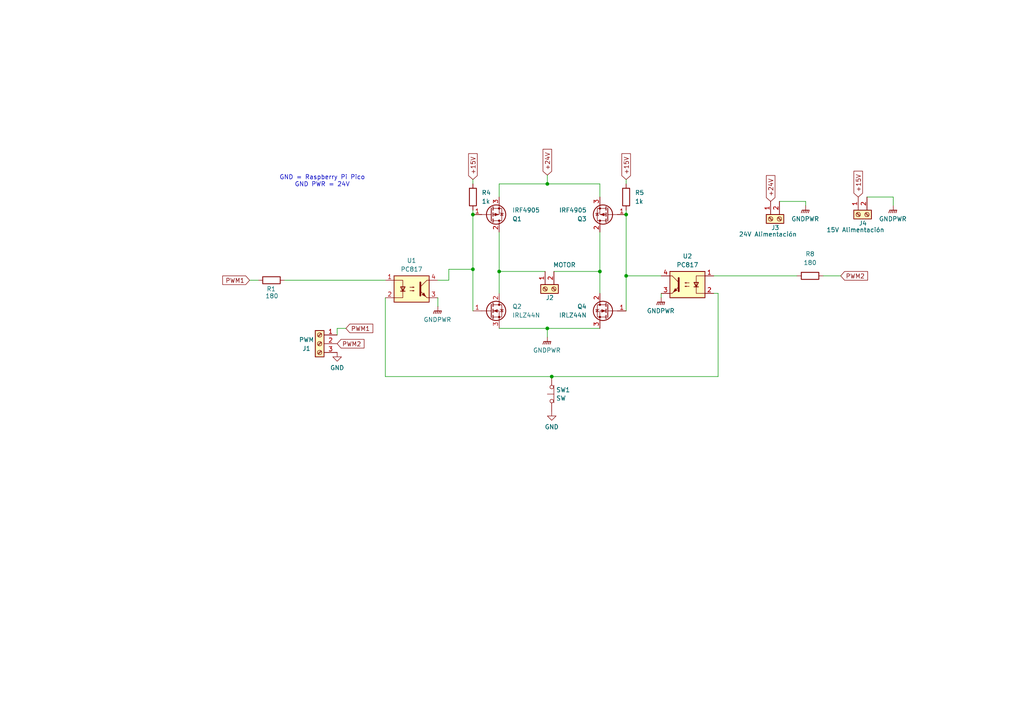
<source format=kicad_sch>
(kicad_sch (version 20231120) (generator "eeschema") (generator_version "8.0")
  (paper "A4")
  (lib_symbols
    (symbol "Connector:Screw_Terminal_01x02" (pin_names (offset 1.016) hide)
      (property "Reference" "J" (at 0 2.54 0))
      (property "Value" "Screw_Terminal_01x02" (at 0 -5.08 0))
      (symbol "Screw_Terminal_01x02_1_1"
        (rectangle (start -1.27 1.27) (end 1.27 -3.81) (stroke (width 0.254)) (fill (type background)))
        (circle (center 0 -2.54) (radius 0.635) (stroke (width 0.1524)))
        (polyline (pts (xy -0.5334 -2.2098) (xy 0.3302 -3.048)) (stroke (width 0.1524)))
        (polyline (pts (xy -0.5334 0.3302) (xy 0.3302 -0.508)) (stroke (width 0.1524)))
        (polyline (pts (xy -0.3556 -2.032) (xy 0.508 -2.8702)) (stroke (width 0.1524)))
        (polyline (pts (xy -0.3556 0.508) (xy 0.508 -0.3302)) (stroke (width 0.1524)))
        (circle (center 0 0) (radius 0.635) (stroke (width 0.1524)))
        (pin passive line (at -5.08 0 0) (length 3.81) (name "Pin_1") (number "1"))
        (pin passive line (at -5.08 -2.54 0) (length 3.81) (name "Pin_2") (number "2"))
      )
    )
    (symbol "Connector:Screw_Terminal_01x03" (pin_names (offset 1.016) hide)
      (property "Reference" "J" (at 0 5.08 0))
      (property "Value" "Screw_Terminal_01x03" (at 0 -5.08 0))
      (symbol "Screw_Terminal_01x03_1_1"
        (rectangle (start -1.27 3.81) (end 1.27 -3.81) (stroke (width 0.254)) (fill (type background)))
        (circle (center 0 -2.54) (radius 0.635) (stroke (width 0.1524)))
        (polyline (pts (xy -0.5334 -2.2098) (xy 0.3302 -3.048)) (stroke (width 0.1524)))
        (polyline (pts (xy -0.5334 0.3302) (xy 0.3302 -0.508)) (stroke (width 0.1524)))
        (polyline (pts (xy -0.5334 2.8702) (xy 0.3302 2.032)) (stroke (width 0.1524)))
        (polyline (pts (xy -0.3556 -2.032) (xy 0.508 -2.8702)) (stroke (width 0.1524)))
        (polyline (pts (xy -0.3556 0.508) (xy 0.508 -0.3302)) (stroke (width 0.1524)))
        (polyline (pts (xy -0.3556 3.048) (xy 0.508 2.2098)) (stroke (width 0.1524)))
        (circle (center 0 0) (radius 0.635) (stroke (width 0.1524)))
        (circle (center 0 2.54) (radius 0.635) (stroke (width 0.1524)))
        (pin passive line (at -5.08 2.54 0) (length 3.81) (name "Pin_1") (number "1"))
        (pin passive line (at -5.08 0 0) (length 3.81) (name "Pin_2") (number "2"))
        (pin passive line (at -5.08 -2.54 0) (length 3.81) (name "Pin_3") (number "3"))
      )
    )
    (symbol "Device:R" (pin_numbers hide) (pin_names (offset 0))
      (property "Reference" "R" (at 2.032 0 90))
      (property "Value" "R" (at 0 0 90))
      (symbol "R_0_1"
        (rectangle (start -1.016 -2.54) (end 1.016 2.54) (stroke (width 0.254)))
      )
      (symbol "R_1_1"
        (pin passive line (at 0 3.81 270) (length 1.27) (name "~") (number "1"))
        (pin passive line (at 0 -3.81 90) (length 1.27) (name "~") (number "2"))
      )
    )
    (symbol "Isolator:PC817" (pin_names (offset 1.016))
      (property "Reference" "U" (at -5.08 5.08 0))
      (property "Value" "PC817" (at 0 5.08 0))
      (symbol "PC817_0_1"
        (rectangle (start -5.08 3.81) (end 5.08 -3.81) (stroke (width 0.254)) (fill (type background)))
        (polyline (pts (xy -3.175 -0.635) (xy -1.905 -0.635)) (stroke (width 0.254)))
        (polyline (pts (xy 2.54 0.635) (xy 4.445 2.54)))
        (polyline (pts (xy 4.445 -2.54) (xy 2.54 -0.635)) (fill (type outline)))
        (polyline (pts (xy 4.445 -2.54) (xy 5.08 -2.54)))
        (polyline (pts (xy 4.445 2.54) (xy 5.08 2.54)))
        (polyline (pts (xy -5.08 2.54) (xy -2.54 2.54) (xy -2.54 -0.635)))
        (polyline (pts (xy -2.54 -0.635) (xy -2.54 -2.54) (xy -5.08 -2.54)))
        (polyline (pts (xy 2.54 1.905) (xy 2.54 -1.905) (xy 2.54 -1.905)) (stroke (width 0.508)))
        (polyline (pts (xy -2.54 -0.635) (xy -3.175 0.635) (xy -1.905 0.635) (xy -2.54 -0.635)) (stroke (width 0.254)))
        (polyline (pts (xy -0.508 -0.508) (xy 0.762 -0.508) (xy 0.381 -0.635) (xy 0.381 -0.381) (xy 0.762 -0.508)))
        (polyline (pts (xy -0.508 0.508) (xy 0.762 0.508) (xy 0.381 0.381) (xy 0.381 0.635) (xy 0.762 0.508)))
        (polyline (pts (xy 3.048 -1.651) (xy 3.556 -1.143) (xy 4.064 -2.159) (xy 3.048 -1.651) (xy 3.048 -1.651)) (fill (type outline)))
      )
      (symbol "PC817_1_1"
        (pin passive line (at -7.62 2.54 0) (length 2.54) (name "~") (number "1"))
        (pin passive line (at -7.62 -2.54 0) (length 2.54) (name "~") (number "2"))
        (pin passive line (at 7.62 -2.54 180) (length 2.54) (name "~") (number "3"))
        (pin passive line (at 7.62 2.54 180) (length 2.54) (name "~") (number "4"))
      )
    )
    (symbol "Switch:SW_Push_Open" (pin_numbers hide) (pin_names (offset 1.016) hide)
      (property "Reference" "SW" (at 0 2.54 0))
      (property "Value" "SW_Push_Open" (at 0 -1.905 0))
      (symbol "SW_Push_Open_0_1"
        (circle (center -2.032 0) (radius 0.508))
        (polyline (pts (xy -2.54 -0.635) (xy 2.54 -0.635)))
        (polyline (pts (xy 0 -0.635) (xy 0 1.27)))
        (circle (center 2.032 0) (radius 0.508))
        (pin passive line (at -5.08 0 0) (length 2.54) (name "A") (number "1"))
      )
      (symbol "SW_Push_Open_1_1"
        (pin passive line (at 5.08 0 180) (length 2.54) (name "B") (number "2"))
      )
    )
    (symbol "Transistor_FET:IRF4905" (pin_names hide)
      (property "Reference" "Q" (at 5.08 1.905 0))
      (property "Value" "IRF4905" (at 5.08 0 0))
      (symbol "IRF4905_0_1"
        (polyline (pts (xy 0.254 0) (xy -2.54 0)))
        (polyline (pts (xy 0.254 1.905) (xy 0.254 -1.905)) (stroke (width 0.254)))
        (polyline (pts (xy 0.762 -1.27) (xy 0.762 -2.286)) (stroke (width 0.254)))
        (polyline (pts (xy 0.762 0.508) (xy 0.762 -0.508)) (stroke (width 0.254)))
        (polyline (pts (xy 0.762 2.286) (xy 0.762 1.27)) (stroke (width 0.254)))
        (polyline (pts (xy 2.54 2.54) (xy 2.54 1.778)))
        (polyline (pts (xy 2.54 -2.54) (xy 2.54 0) (xy 0.762 0)))
        (polyline (pts (xy 0.762 1.778) (xy 3.302 1.778) (xy 3.302 -1.778) (xy 0.762 -1.778)))
        (polyline (pts (xy 2.286 0) (xy 1.27 0.381) (xy 1.27 -0.381) (xy 2.286 0)) (fill (type outline)))
        (polyline (pts (xy 2.794 -0.508) (xy 2.921 -0.381) (xy 3.683 -0.381) (xy 3.81 -0.254)))
        (polyline (pts (xy 3.302 -0.381) (xy 2.921 0.254) (xy 3.683 0.254) (xy 3.302 -0.381)))
        (circle (center 1.651 0) (radius 2.794) (stroke (width 0.254)))
        (circle (center 2.54 -1.778) (radius 0.254) (fill (type outline)))
        (circle (center 2.54 1.778) (radius 0.254) (fill (type outline)))
      )
      (symbol "IRF4905_1_1"
        (pin input line (at -5.08 0 0) (length 2.54) (name "G") (number "1"))
        (pin passive line (at 2.54 5.08 270) (length 2.54) (name "D") (number "2"))
        (pin passive line (at 2.54 -5.08 90) (length 2.54) (name "S") (number "3"))
      )
    )
    (symbol "Transistor_FET:IRLZ44N" (pin_names hide)
      (property "Reference" "Q" (at 6.35 1.905 0))
      (property "Value" "IRLZ44N" (at 6.35 0 0))
      (symbol "IRLZ44N_0_1"
        (polyline (pts (xy 0.254 0) (xy -2.54 0)))
        (polyline (pts (xy 0.254 1.905) (xy 0.254 -1.905)) (stroke (width 0.254)))
        (polyline (pts (xy 0.762 -1.27) (xy 0.762 -2.286)) (stroke (width 0.254)))
        (polyline (pts (xy 0.762 0.508) (xy 0.762 -0.508)) (stroke (width 0.254)))
        (polyline (pts (xy 0.762 2.286) (xy 0.762 1.27)) (stroke (width 0.254)))
        (polyline (pts (xy 2.54 2.54) (xy 2.54 1.778)))
        (polyline (pts (xy 2.54 -2.54) (xy 2.54 0) (xy 0.762 0)))
        (polyline (pts (xy 0.762 -1.778) (xy 3.302 -1.778) (xy 3.302 1.778) (xy 0.762 1.778)))
        (polyline (pts (xy 1.016 0) (xy 2.032 0.381) (xy 2.032 -0.381) (xy 1.016 0)) (fill (type outline)))
        (polyline (pts (xy 2.794 0.508) (xy 2.921 0.381) (xy 3.683 0.381) (xy 3.81 0.254)))
        (polyline (pts (xy 3.302 0.381) (xy 2.921 -0.254) (xy 3.683 -0.254) (xy 3.302 0.381)))
        (circle (center 1.651 0) (radius 2.794) (stroke (width 0.254)))
        (circle (center 2.54 -1.778) (radius 0.254) (fill (type outline)))
        (circle (center 2.54 1.778) (radius 0.254) (fill (type outline)))
      )
      (symbol "IRLZ44N_1_1"
        (pin input line (at -5.08 0 0) (length 2.54) (name "G") (number "1"))
        (pin passive line (at 2.54 5.08 270) (length 2.54) (name "D") (number "2"))
        (pin passive line (at 2.54 -5.08 90) (length 2.54) (name "S") (number "3"))
      )
    )
    (symbol "power:GND" (power) (pin_names (offset 0))
      (property "Value" "GND" (at 0 -3.81 0))
      (symbol "GND_0_1"
        (polyline (pts (xy 0 0) (xy 0 -1.27) (xy 1.27 -1.27) (xy 0 -2.54) (xy -1.27 -1.27) (xy 0 -1.27)))
      )
      (symbol "GND_1_1"
        (pin power_in line (at 0 0 270) (length 0) hide (name "GND") (number "1"))
      )
    )
    (symbol "power:GNDPWR" (power) (pin_numbers hide) (pin_names (offset 0) hide)
      (property "Value" "GNDPWR" (at 0 -3.302 0))
      (symbol "GNDPWR_0_1"
        (polyline (pts (xy 0 -1.27) (xy 0 0)))
        (polyline (pts (xy -1.016 -1.27) (xy -1.27 -2.032) (xy -1.27 -2.032)) (stroke (width 0.2032)))
        (polyline (pts (xy -0.508 -1.27) (xy -0.762 -2.032) (xy -0.762 -2.032)) (stroke (width 0.2032)))
        (polyline (pts (xy 0 -1.27) (xy -0.254 -2.032) (xy -0.254 -2.032)) (stroke (width 0.2032)))
        (polyline (pts (xy 0.508 -1.27) (xy 0.254 -2.032) (xy 0.254 -2.032)) (stroke (width 0.2032)))
        (polyline (pts (xy 1.016 -1.27) (xy -1.016 -1.27) (xy -1.016 -1.27)) (stroke (width 0.2032)))
        (polyline (pts (xy 1.016 -1.27) (xy 0.762 -2.032) (xy 0.762 -2.032) (xy 0.762 -2.032)) (stroke (width 0.2032)))
      )
      (symbol "GNDPWR_1_1"
        (pin power_in line (at 0 0 270) (length 0) (name "~") (number "1"))
      )
    )
  )
  (junction (at 160.02 109.22))
  (junction (at 137.16 78.105))
  (junction (at 144.78 78.74))
  (junction (at 173.99 78.74))
  (junction (at 181.61 80.01))
  (junction (at 137.16 62.23))
  (junction (at 181.61 62.23))
  (junction (at 158.75 53.34))
  (junction (at 158.75 95.25))
  (wire (pts (xy 137.16 60.96) (xy 137.16 62.23)))
  (wire (pts (xy 207.01 85.09) (xy 208.28 85.09)))
  (wire (pts (xy 181.61 52.07) (xy 181.61 53.34)))
  (wire (pts (xy 233.68 58.42) (xy 233.68 59.69)))
  (wire (pts (xy 181.61 62.23) (xy 181.61 80.01)))
  (wire (pts (xy 259.08 57.15) (xy 259.08 59.69)))
  (wire (pts (xy 160.02 109.22) (xy 208.28 109.22)))
  (wire (pts (xy 144.78 78.74) (xy 144.78 85.09)))
  (wire (pts (xy 181.61 80.01) (xy 181.61 90.17)))
  (wire (pts (xy 97.79 95.25) (xy 100.33 95.25)))
  (wire (pts (xy 158.75 95.25) (xy 173.99 95.25)))
  (wire (pts (xy 173.99 67.31) (xy 173.99 78.74)))
  (wire (pts (xy 181.61 80.01) (xy 191.77 80.01)))
  (wire (pts (xy 181.61 60.96) (xy 181.61 62.23)))
  (wire (pts (xy 226.06 58.42) (xy 233.68 58.42)))
  (wire (pts (xy 111.76 109.22) (xy 160.02 109.22)))
  (wire (pts (xy 160.655 78.74) (xy 173.99 78.74)))
  (wire (pts (xy 137.16 52.07) (xy 137.16 53.34)))
  (wire (pts (xy 173.99 53.34) (xy 173.99 57.15)))
  (wire (pts (xy 137.16 62.23) (xy 137.16 78.105)))
  (wire (pts (xy 144.78 67.31) (xy 144.78 78.74)))
  (wire (pts (xy 207.01 80.01) (xy 231.14 80.01)))
  (wire (pts (xy 137.16 78.105) (xy 137.16 90.17)))
  (wire (pts (xy 97.79 97.155) (xy 97.79 95.25)))
  (wire (pts (xy 173.99 85.09) (xy 173.99 78.74)))
  (wire (pts (xy 137.16 78.105) (xy 130.175 78.105)))
  (wire (pts (xy 208.28 85.09) (xy 208.28 109.22)))
  (wire (pts (xy 251.46 57.15) (xy 259.08 57.15)))
  (wire (pts (xy 144.78 78.74) (xy 158.115 78.74)))
  (wire (pts (xy 111.76 86.36) (xy 111.76 109.22)))
  (wire (pts (xy 130.175 78.105) (xy 130.175 81.28)))
  (wire (pts (xy 158.75 53.34) (xy 173.99 53.34)))
  (wire (pts (xy 158.75 97.79) (xy 158.75 95.25)))
  (wire (pts (xy 191.77 85.09) (xy 191.77 86.36)))
  (wire (pts (xy 144.78 53.34) (xy 158.75 53.34)))
  (wire (pts (xy 127 86.36) (xy 127 88.9)))
  (wire (pts (xy 127 81.28) (xy 130.175 81.28)))
  (wire (pts (xy 144.78 53.34) (xy 144.78 57.15)))
  (wire (pts (xy 238.76 80.01) (xy 243.84 80.01)))
  (wire (pts (xy 144.78 95.25) (xy 158.75 95.25)))
  (wire (pts (xy 158.75 50.8) (xy 158.75 53.34)))
  (wire (pts (xy 82.55 81.28) (xy 111.76 81.28)))
  (wire (pts (xy 72.39 81.28) (xy 74.93 81.28)))
  (text "GND = Raspberry Pi Pico\nGND PWR = 24V" (at 93.472 52.578 0) (effects (font (size 1.27 1.27))))
  (global_label "PWM2" (shape input) (at 243.84 80.01 0) (property "Intersheetrefs" "${INTERSHEET_REFS}" (effects (hide yes))))
  (global_label "PWM1" (shape input) (at 100.33 95.25 0) (property "Intersheetrefs" "${INTERSHEET_REFS}" (effects (hide yes))))
  (global_label "+24V" (shape input) (at 223.52 58.42 90) (property "Intersheetrefs" "${INTERSHEET_REFS}" (effects (hide yes))))
  (global_label "+15V" (shape input) (at 248.92 57.15 90) (property "Intersheetrefs" "${INTERSHEET_REFS}" (effects (hide yes))))
  (global_label "+15V" (shape input) (at 137.16 52.07 90) (property "Intersheetrefs" "${INTERSHEET_REFS}" (effects (hide yes))))
  (global_label "+15V" (shape input) (at 181.61 52.07 90) (property "Intersheetrefs" "${INTERSHEET_REFS}" (effects (hide yes))))
  (global_label "PWM1" (shape input) (at 72.39 81.28 180) (property "Intersheetrefs" "${INTERSHEET_REFS}" (effects (hide yes))))
  (global_label "PWM2" (shape input) (at 97.79 99.695 0) (property "Intersheetrefs" "${INTERSHEET_REFS}" (effects (hide yes))))
  (global_label "+24V" (shape input) (at 158.75 50.8 90) (property "Intersheetrefs" "${INTERSHEET_REFS}" (effects (hide yes))))
  (symbol (lib_id "Device:R") (at 78.74 81.28 90) (unit 1)
    (property "Reference" "R1" (at 80.01 83.82 90) (effects (justify left)))
    (property "Value" "180" (at 80.772 85.852 90) (effects (justify left)))
    (property "Footprint" "Resistor_THT:R_Axial_DIN0309_L9.0mm_D3.2mm_P12.70mm_Horizontal" (effects (hide yes)))
  )
  (symbol (lib_id "Switch:SW_Push_Open") (at 160.02 114.3 90) (unit 1)
    (property "Reference" "SW1" (at 161.29 113.0878 90) (effects (justify right)))
    (property "Value" "SW" (at 161.29 115.5121 90) (effects (justify right)))
    (property "Footprint" "Connector_PinHeader_2.54mm:PinHeader_1x02_P2.54mm_Vertical" (effects (hide yes)))
  )
  (symbol (lib_id "power:GND") (at 160.02 119.38 0) (unit 1)
    (property "Reference" "#PWR05" (effects (hide yes)))
    (property "Value" "GND" (at 160.02 123.825 0))
  )
  (symbol (lib_id "Transistor_FET:IRF4905") (at 142.24 62.23 0) (mirror x) (unit 1)
    (property "Reference" "Q1" (at 148.59 63.5 0) (effects (justify left)))
    (property "Value" "IRF4905" (at 148.59 60.96 0) (effects (justify left)))
    (property "Footprint" "Package_TO_SOT_THT:TO-220-3_Vertical" (effects (hide yes)))
    (property "Datasheet" "http://www.infineon.com/dgdl/irf4905.pdf?fileId=5546d462533600a4015355e32165197c" (effects (hide yes)))
  )
  (symbol (lib_id "power:GNDPWR") (at 233.68 59.69 0) (unit 1)
    (property "Reference" "#PWR06" (effects (hide yes)))
    (property "Value" "GNDPWR" (at 233.553 63.5 0))
    (property "Description" "Power symbol creates a global label with name \"GNDPWR\" , global ground" (effects (hide yes)))
  )
  (symbol (lib_id "Connector:Screw_Terminal_01x03") (at 92.71 99.695 0) (mirror y) (unit 1)
    (property "Reference" "J1" (at 88.9 101.092 0))
    (property "Value" "PWM" (at 88.9 98.552 0))
    (property "Footprint" "Connector_PinHeader_2.54mm:PinHeader_1x03_P2.54mm_Vertical" (effects (hide yes)))
  )
  (symbol (lib_id "Device:R") (at 137.16 57.15 0) (unit 1)
    (property "Reference" "R4" (at 139.7 55.88 0) (effects (justify left)))
    (property "Value" "1k" (at 139.7 58.42 0) (effects (justify left)))
    (property "Footprint" "Resistor_THT:R_Axial_DIN0309_L9.0mm_D3.2mm_P12.70mm_Horizontal" (effects (hide yes)))
  )
  (symbol (lib_id "power:GNDPWR") (at 158.75 97.79 0) (unit 1)
    (property "Reference" "#PWR04" (effects (hide yes)))
    (property "Value" "GNDPWR" (at 158.623 101.6 0))
    (property "Description" "Power symbol creates a global label with name \"GNDPWR\" , global ground" (effects (hide yes)))
  )
  (symbol (lib_id "Connector:Screw_Terminal_01x02") (at 248.92 62.23 90) (mirror x) (unit 1)
    (property "Reference" "J4" (at 251.46 64.77 90) (effects (justify left)))
    (property "Value" "15V Alimentación" (at 256.54 66.675 90) (effects (justify left)))
    (property "Footprint" "Connector_PinHeader_2.54mm:PinHeader_1x02_P2.54mm_Vertical" (effects (hide yes)))
  )
  (symbol (lib_id "power:GND") (at 97.79 102.235 0) (unit 1)
    (property "Reference" "#PWR02" (effects (hide yes)))
    (property "Value" "GND" (at 97.79 106.68 0))
  )
  (symbol (lib_id "Transistor_FET:IRLZ44N") (at 142.24 90.17 0) (unit 1)
    (property "Reference" "Q2" (at 148.59 88.9 0) (effects (justify left)))
    (property "Value" "IRLZ44N" (at 148.59 91.44 0) (effects (justify left)))
    (property "Footprint" "Package_TO_SOT_THT:TO-220-3_Vertical" (effects (hide yes)))
    (property "Datasheet" "http://www.irf.com/product-info/datasheets/data/irlz44n.pdf" (effects (hide yes)))
  )
  (symbol (lib_id "power:GNDPWR") (at 127 88.9 0) (unit 1)
    (property "Reference" "#PWR03" (effects (hide yes)))
    (property "Value" "GNDPWR" (at 126.873 92.71 0))
    (property "Description" "Power symbol creates a global label with name \"GNDPWR\" , global ground" (effects (hide yes)))
  )
  (symbol (lib_id "power:GNDPWR") (at 191.77 86.36 0) (unit 1)
    (property "Reference" "#PWR010" (effects (hide yes)))
    (property "Value" "GNDPWR" (at 191.643 90.17 0))
    (property "Description" "Power symbol creates a global label with name \"GNDPWR\" , global ground" (effects (hide yes)))
  )
  (symbol (lib_id "Connector:Screw_Terminal_01x02") (at 158.115 83.82 90) (mirror x) (unit 1)
    (property "Reference" "J2" (at 160.655 86.36 90) (effects (justify left)))
    (property "Value" "MOTOR" (at 167.005 76.835 90) (effects (justify left)))
    (property "Footprint" "TerminalBlock_Dinkle:TerminalBlock_Dinkle_DT-55-B01X-02_P10.00mm" (effects (hide yes)))
  )
  (symbol (lib_id "Device:R") (at 181.61 57.15 0) (unit 1)
    (property "Reference" "R5" (at 184.15 55.88 0) (effects (justify left)))
    (property "Value" "1k" (at 184.15 58.42 0) (effects (justify left)))
    (property "Footprint" "Resistor_THT:R_Axial_DIN0309_L9.0mm_D3.2mm_P12.70mm_Horizontal" (effects (hide yes)))
  )
  (symbol (lib_id "Device:R") (at 234.95 80.01 90) (unit 1)
    (property "Reference" "R8" (at 234.95 73.66 90))
    (property "Value" "180" (at 234.95 76.2 90))
    (property "Footprint" "Resistor_THT:R_Axial_DIN0309_L9.0mm_D3.2mm_P12.70mm_Horizontal" (effects (hide yes)))
    (property "Description" "Resistor" (effects (hide yes)))
  )
  (symbol (lib_id "power:GNDPWR") (at 259.08 59.69 0) (unit 1)
    (property "Reference" "#PWR08" (effects (hide yes)))
    (property "Value" "GNDPWR" (at 258.953 63.5 0))
    (property "Description" "Power symbol creates a global label with name \"GNDPWR\" , global ground" (effects (hide yes)))
  )
  (symbol (lib_id "Transistor_FET:IRLZ44N") (at 176.53 90.17 0) (mirror y) (unit 1)
    (property "Reference" "Q4" (at 170.18 88.9 0) (effects (justify left)))
    (property "Value" "IRLZ44N" (at 170.18 91.44 0) (effects (justify left)))
    (property "Footprint" "Package_TO_SOT_THT:TO-220-3_Vertical" (effects (hide yes)))
    (property "Datasheet" "http://www.irf.com/product-info/datasheets/data/irlz44n.pdf" (effects (hide yes)))
  )
  (symbol (lib_id "Connector:Screw_Terminal_01x02") (at 223.52 63.5 90) (mirror x) (unit 1)
    (property "Reference" "J3" (at 226.06 66.04 90) (effects (justify left)))
    (property "Value" "24V Alimentación" (at 231.14 67.945 90) (effects (justify left)))
    (property "Footprint" "TerminalBlock_Dinkle:TerminalBlock_Dinkle_DT-55-B01X-02_P10.00mm" (effects (hide yes)))
  )
  (symbol (lib_id "Transistor_FET:IRF4905") (at 176.53 62.23 180) (unit 1)
    (property "Reference" "Q3" (at 170.18 63.5 0) (effects (justify left)))
    (property "Value" "IRF4905" (at 170.18 60.96 0) (effects (justify left)))
    (property "Footprint" "Package_TO_SOT_THT:TO-220-3_Vertical" (effects (hide yes)))
    (property "Datasheet" "http://www.infineon.com/dgdl/irf4905.pdf?fileId=5546d462533600a4015355e32165197c" (effects (hide yes)))
  )
  (symbol (lib_id "Isolator:PC817") (at 199.39 82.55 0) (mirror y) (unit 1)
    (property "Reference" "U2" (at 199.39 74.295 0))
    (property "Value" "PC817" (at 199.39 76.835 0))
    (property "Footprint" "Package_DIP:DIP-4_W7.62mm" (effects (hide yes)))
    (property "Datasheet" "http://www.soselectronic.cz/a_info/resource/d/pc817.pdf" (effects (hide yes)))
  )
  (symbol (lib_id "Isolator:PC817") (at 119.38 83.82 0) (unit 1)
    (property "Reference" "U1" (at 119.38 75.565 0))
    (property "Value" "PC817" (at 119.38 78.105 0))
    (property "Footprint" "Package_DIP:DIP-4_W7.62mm" (effects (hide yes)))
    (property "Datasheet" "http://www.soselectronic.cz/a_info/resource/d/pc817.pdf" (effects (hide yes)))
  )
)
</source>
